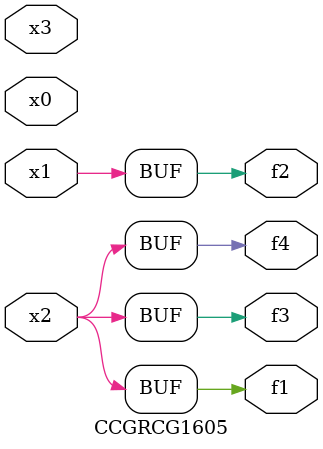
<source format=v>
module CCGRCG1605(
	input x0, x1, x2, x3,
	output f1, f2, f3, f4
);
	assign f1 = x2;
	assign f2 = x1;
	assign f3 = x2;
	assign f4 = x2;
endmodule

</source>
